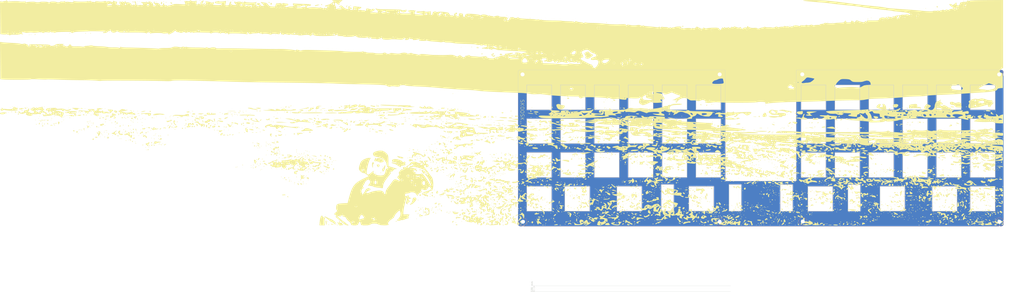
<source format=kicad_pcb>
(kicad_pcb (version 20211014) (generator pcbnew)
  (layers (0 "F.Cu" signal) (31 "B.Cu" signal) (34 "B.Paste" user) (35 "F.Paste" user) (36 "B.SilkS" user "B.Silkscreen") (37 "F.SilkS" user "F.Silkscreen") (38 "B.Mask" user) (39 "F.Mask" user) (44 "Edge.Cuts" user))
  (net 0 "")
  (footprint "MountingHole:MountingHole_2.2mm_M2_Pad" (layer "F.Cu") (at 115.8875 91.537469)
    (fp_text reference "H2" hide)
    (fp_text value "MountingHole_Pad")
    (pad "1" thru_hole circle (at 0 0) (size 4.4 4.4) (drill 2.2) (layers *.Cu *.Mask))
  )
  (footprint "MountingHole:MountingHole_2.2mm_M2_Pad" (layer "F.Cu") (at 162.369692 8.481252)
    (fp_text reference "H3" hide)
    (fp_text value "MountingHole_Pad")
    (pad "1" thru_hole circle (at 0 0) (size 4.4 4.4) (drill 2.2) (layers *.Cu *.Mask))
  )
  (footprint "MountingHole:MountingHole_2.2mm_M2_Pad" (layer "F.Cu") (at 273.177 8.509)
    (fp_text reference "H4" hide)
    (fp_text value "MountingHole_Pad")
    (pad "1" thru_hole circle (at 0 0) (size 4.4 4.4) (drill 2.2) (layers *.Cu *.Mask))
  )
  (footprint "MountingHole:MountingHole_2.2mm_M2_Pad" (layer "F.Cu") (at 5.207 91.567)
    (fp_text reference "H1" hide)
    (fp_text value "MountingHole_Pad")
    (pad "1" thru_hole circle (at 0 0) (size 4.4 4.4) (drill 2.2) (layers *.Cu *.Mask))
  )
  (footprint "MountingHole:MountingHole_2.2mm_M2_Pad" (layer "F.Cu") (at 273.304 91.567)
    (fp_text reference "H4" hide)
    (fp_text value "MountingHole_Pad")
    (pad "1" thru_hole circle (at 0 0) (size 4.4 4.4) (drill 2.2) (layers *.Cu *.Mask))
  )
  (footprint "LOGO" (layer "F.Cu") (at -6.858 30.099)
    (fp_text reference "G***" hide)
    (fp_text value "LOGO" hide)
  )
  (footprint "MountingHole:MountingHole_2.2mm_M2_Pad" (layer "F.Cu") (at 4.953 8.509)
    (fp_text reference "H1" hide)
    (fp_text value "MountingHole_Pad")
    (pad "1" thru_hole circle (at 0 0) (size 4.4 4.4) (drill 2.2) (layers *.Cu *.Mask))
  )
  (footprint "MountingHole:MountingHole_2.2mm_M2_Pad" (layer "F.Cu") (at 115.8875 8.509)
    (fp_text reference "H2" hide)
    (fp_text value "MountingHole_Pad")
    (pad "1" thru_hole circle (at 0 0) (size 4.4 4.4) (drill 2.2) (layers *.Cu *.Mask))
  )
  (footprint "MountingHole:MountingHole_2.2mm_M2_Pad" (layer "F.Cu") (at 162.689708 91.391033)
    (fp_text reference "H3" hide)
    (fp_text value "MountingHole_Pad")
    (pad "1" thru_hole circle (at 0 0) (size 4.4 4.4) (drill 2.2) (layers *.Cu *.Mask))
  )
  (gr_line (start 270.921552 52.551005) (end 256.921552 52.551005) (layer "Edge.Cuts") (width 0.2))
  (gr_line (start 7.301612 71.600125) (end 7.301612 85.600125) (layer "Edge.Cuts") (width 0.2))
  (gr_line (start 78.451612 28.450125) (end 78.451612 14.450125) (layer "Edge.Cuts") (width 0.2))
  (gr_line (start 83.034612 85.570125) (end 90.034612 85.570125) (layer "Edge.Cuts") (width 0.2))
  (gr_line (start 98.584612 85.570125) (end 112.584612 85.570125) (layer "Edge.Cuts") (width 0.2))
  (gr_line (start 90.034612 85.570125) (end 90.034612 70.570125) (layer "Edge.Cuts") (width 0.2))
  (gr_line (start 119.442612 68.679125) (end 158.685612 68.679125) (layer "Edge.Cuts") (width 0.1))
  (gr_line (start 251.871205 47.500069) (end 251.871205 33.500069) (layer "Edge.Cuts") (width 0.2))
  (gr_arc (start 159.066612 68.298125) (mid 158.95502 68.567533) (end 158.685612 68.679125) (layer "Edge.Cuts") (width 0.1))
  (gr_line (start 175.674949 28.448548) (end 175.674949 14.448548) (layer "Edge.Cuts") (width 0.2))
  (gr_line (start 128.134612 70.570125) (end 121.134612 70.570125) (layer "Edge.Cuts") (width 0.2))
  (gr_line (start 161.671205 47.500069) (end 175.671205 47.500069) (layer "Edge.Cuts") (width 0.2))
  (gr_line (start 112.584612 85.570125) (end 112.584612 71.570125) (layer "Edge.Cuts") (width 0.2))
  (gr_line (start 59.392256 52.548548) (end 45.392256 52.548548) (layer "Edge.Cuts") (width 0.2))
  (gr_arc (start 159.0294 6.35) (mid 159.14099 6.08059) (end 159.4104 5.969) (layer "Edge.Cuts") (width 0.1))
  (gr_line (start 161.674949 14.448548) (end 161.674949 28.448548) (layer "Edge.Cuts") (width 0.2))
  (gr_line (start 180.724949 28.448548) (end 194.724949 28.448548) (layer "Edge.Cuts") (width 0.2))
  (gr_line (start 40.351612 28.450125) (end 40.351612 14.450125) (layer "Edge.Cuts") (width 0.2))
  (gr_line (start 78.452943 33.494159) (end 64.452943 33.494159) (layer "Edge.Cuts") (width 0.2))
  (gr_line (start 116.552943 47.494159) (end 116.552943 33.494159) (layer "Edge.Cuts") (width 0.2))
  (gr_line (start 102.542256 52.548548) (end 102.542256 66.548548) (layer "Edge.Cuts") (width 0.2))
  (gr_line (start 59.402943 33.494159) (end 45.402943 33.494159) (layer "Edge.Cuts") (width 0.2))
  (gr_line (start 97.492256 52.548548) (end 83.492256 52.548548) (layer "Edge.Cuts") (width 0.2))
  (gr_line (start 232.821552 66.551005) (end 232.821552 52.551005) (layer "Edge.Cuts") (width 0.2))
  (gr_line (start 161.671552 52.551005) (end 161.671552 66.551005) (layer "Edge.Cuts") (width 0.2))
  (gr_line (start 78.451612 14.450125) (end 64.451612 14.450125) (layer "Edge.Cuts") (width 0.2))
  (gr_line (start 256.924949 14.448548) (end 256.924949 28.448548) (layer "Edge.Cuts") (width 0.2))
  (gr_line (start 21.301612 71.600125) (end 7.301612 71.600125) (layer "Edge.Cuts") (width 0.2))
  (gr_line (start 213.774949 14.448548) (end 199.774949 14.448548) (layer "Edge.Cuts") (width 0.2))
  (gr_line (start 21.301612 28.450125) (end 21.301612 14.450125) (layer "Edge.Cuts") (width 0.2))
  (gr_line (start 256.891 85.600125) (end 270.891 85.600125) (layer "Edge.Cuts") (width 0.2))
  (gr_line (start 40.351612 14.450125) (end 26.351612 14.450125) (layer "Edge.Cuts") (width 0.2))
  (gr_line (start 206.106 71.570125) (end 206.106 85.570125) (layer "Edge.Cuts") (width 0.2))
  (gr_line (start 180.721205 47.500069) (end 194.721205 47.500069) (layer "Edge.Cuts") (width 0.2))
  (gr_line (start 237.871205 33.500069) (end 237.871205 47.500069) (layer "Edge.Cuts") (width 0.2))
  (gr_line (start 58.071612 85.570125) (end 72.071612 85.570125) (layer "Edge.Cuts") (width 0.2))
  (gr_line (start 59.392256 66.548548) (end 59.392256 52.548548) (layer "Edge.Cuts") (width 0.2))
  (gr_line (start 64.442256 52.548548) (end 64.442256 66.548548) (layer "Edge.Cuts") (width 0.2))
  (gr_line (start 3.692026 94.107) (end 274.357212 94.107) (layer "Edge.Cuts") (width 0.1))
  (gr_line (start 218.821552 66.551005) (end 232.821552 66.551005) (layer "Edge.Cuts") (width 0.2))
  (gr_line (start 83.502943 47.494159) (end 97.502943 47.494159) (layer "Edge.Cuts") (width 0.2))
  (gr_line (start 121.134612 85.570125) (end 128.134612 85.570125) (layer "Edge.Cuts") (width 0.2))
  (gr_line (start 251.871205 33.500069) (end 237.871205 33.500069) (layer "Edge.Cuts") (width 0.2))
  (gr_line (start 116.542256 52.548548) (end 102.542256 52.548548) (layer "Edge.Cuts") (width 0.2))
  (gr_line (start 97.501612 28.450125) (end 97.501612 14.450125) (layer "Edge.Cuts") (width 0.2))
  (gr_line (start 199.771205 47.500069) (end 213.771205 47.500069) (layer "Edge.Cuts") (width 0.2))
  (gr_line (start 213.771205 33.500069) (end 199.771205 33.500069) (layer "Edge.Cuts") (width 0.2))
  (gr_line (start 26.342256 52.548548) (end 26.342256 66.548548) (layer "Edge.Cuts") (width 0.2))
  (gr_line (start 78.442256 52.548548) (end 64.442256 52.548548) (layer "Edge.Cuts") (width 0.2))
  (gr_arc (start 275.627212 92.837) (mid 275.255241 93.735035) (end 274.357212 94.107) (layer "Edge.Cuts") (width 0.1))
  (gr_line (start 199.771205 33.500069) (end 199.771205 47.500069) (layer "Edge.Cuts") (width 0.2))
  (gr_line (start 7.301612 28.450125) (end 21.301612 28.450125) (layer "Edge.Cuts") (width 0.2))
  (gr_line (start 58.071612 71.570125) (end 58.071612 85.570125) (layer "Edge.Cuts") (width 0.2))
  (gr_line (start 72.071612 85.570125) (end 72.071612 71.570125) (layer "Edge.Cuts") (width 0.2))
  (gr_line (start 161.674949 28.448548) (end 175.674949 28.448548) (layer "Edge.Cuts") (width 0.2))
  (gr_line (start 97.502943 33.494159) (end 83.502943 33.494159) (layer "Edge.Cuts") (width 0.2))
  (gr_line (start 232.821205 33.500069) (end 218.821205 33.500069) (layer "Edge.Cuts") (width 0.2))
  (gr_line (start 195.092266 85.613107) (end 195.092266 70.613107) (layer "Edge.Cuts") (width 0.2))
  (gr_line (start 213.771552 66.551005) (end 213.771552 52.551005) (layer "Edge.Cuts") (width 0.2))
  (gr_line (start 90.034612 70.570125) (end 83.034612 70.570125) (layer "Edge.Cuts") (width 0.2))
  (gr_line (start 188.092266 70.613107) (end 188.092266 85.613107) (layer "Edge.Cuts") (width 0.2))
  (gr_line (start 220.106 85.570125) (end 220.106 71.570125) (layer "Edge.Cuts") (width 0.2))
  (gr_line (start 256.921552 66.551005) (end 270.921552 66.551005) (layer "Edge.Cuts") (width 0.2))
  (gr_line (start 26.351612 28.450125) (end 40.351612 28.450125) (layer "Edge.Cuts") (width 0.2))
  (gr_line (start 28.732862 71.600125) (end 28.732862 85.600125) (layer "Edge.Cuts") (width 0.2))
  (gr_line (start 180.721552 52.551005) (end 180.721552 66.551005) (layer "Edge.Cuts") (width 0.2))
  (gr_line (start 180.721205 33.500069) (end 180.721205 47.500069) (layer "Edge.Cuts") (width 0.2))
  (gr_line (start 175.671552 52.551005) (end 161.671552 52.551005) (layer "Edge.Cuts") (width 0.2))
  (gr_line (start 121.134612 70.570125) (end 121.134612 85.570125) (layer "Edge.Cuts") (width 0.2))
  (gr_line (start 78.452943 47.494159) (end 78.452943 33.494159) (layer "Edge.Cuts") (width 0.2))
  (gr_line (start 21.301612 85.600125) (end 21.301612 71.600125) (layer "Edge.Cuts") (width 0.2))
  (gr_line (start 270.891 85.600125) (end 270.891 71.600125) (layer "Edge.Cuts") (width 0.2))
  (gr_line (start 26.351612 14.450125) (end 26.351612 28.450125) (layer "Edge.Cuts") (width 0.2))
  (gr_line (start 251.874949 14.448548) (end 237.874949 14.448548) (layer "Edge.Cuts") (width 0.2))
  (gr_line (start 175.671205 47.500069) (end 175.671205 33.500069) (layer "Edge.Cuts") (width 0.2))
  (gr_line (start 256.891 71.600125) (end 256.891 85.600125) (layer "Edge.Cuts") (width 0.2))
  (gr_line (start 251.871552 52.551005) (end 237.871552 52.551005) (layer "Edge.Cuts") (width 0.2))
  (gr_line (start 180.724949 14.448548) (end 180.724949 28.448548) (layer "Edge.Cuts") (width 0.2))
  (gr_arc (start 119.442612 68.679125) (mid 119.173204 68.567533) (end 119.061612 68.298125) (layer "Edge.Cuts") (width 0.1))
  (gr_line (start 213.771205 47.500069) (end 213.771205 33.500069) (layer "Edge.Cuts") (width 0.2))
  (gr_line (start 45.401612 28.450125) (end 59.401612 28.450125) (layer "Edge.Cuts") (width 0.2))
  (gr_line (start 97.502943 47.494159) (end 97.502943 33.494159) (layer "Edge.Cuts") (width 0.2))
  (gr_line (start 218.821205 47.500069) (end 232.821205 47.500069) (layer "Edge.Cuts") (width 0.2))
  (gr_line (start 179.542266 85.613107) (end 179.542266 71.613107) (layer "Edge.Cuts") (width 0.2))
  (gr_line (start 7.302943 47.494159) (end 21.302943 47.494159) (layer "Edge.Cuts") (width 0.2))
  (gr_line (start 116.552943 33.494159) (end 102.552943 33.494159) (layer "Edge.Cuts") (width 0.2))
  (gr_line (start 21.302943 47.494159) (end 21.302943 33.494159) (layer "Edge.Cuts") (width 0.2))
  (gr_line (start 199.774949 14.448548) (end 199.774949 28.448548) (layer "Edge.Cuts") (width 0.2))
  (gr_line (start 275.627212 92.837) (end 275.59 7.239) (layer "Edge.Cuts") (width 0.1))
  (gr_line (start 45.402943 33.494159) (end 45.402943 47.494159) (layer "Edge.Cuts") (width 0.2))
  (gr_line (start 161.671552 66.551005) (end 175.671552 66.551005) (layer "Edge.Cuts") (width 0.2))
  (gr_line (start 45.392256 52.548548) (end 45.392256 66.548548) (layer "Edge.Cuts") (width 0.2))
  (gr_line (start 194.721205 33.500069) (end 180.721205 33.500069) (layer "Edge.Cuts") (width 0.2))
  (gr_line (start 188.092266 85.613107) (end 195.092266 85.613107) (layer "Edge.Cuts") (width 0.2))
  (gr_line (start 116.551612 28.450125) (end 116.551612 14.450125) (layer "Edge.Cuts") (width 0.2))
  (gr_line (start 7.302943 33.494159) (end 7.302943 47.494159) (layer "Edge.Cuts") (width 0.2))
  (gr_line (start 149.992266 70.613107) (end 149.992266 85.613107) (layer "Edge.Cuts") (width 0.2))
  (gr_line (start 251.871552 66.551005) (end 251.871552 52.551005) (layer "Edge.Cuts") (width 0.2))
  (gr_line (start 83.034612 70.570125) (end 83.034612 85.570125) (layer "Edge.Cuts") (width 0.2))
  (gr_line (start 235.45975 85.600125) (end 249.45975 85.600125) (layer "Edge.Cuts") (width 0.2))
  (gr_line (start 270.924949 14.448548) (end 256.924949 14.448548) (layer "Edge.Cuts") (width 0.2))
  (gr_line (start 237.874949 28.448548) (end 251.874949 28.448548) (layer "Edge.Cuts") (width 0.2))
  (gr_line (start 98.584612 71.570125) (end 98.584612 85.570125) (layer "Edge.Cuts") (width 0.2))
  (gr_line (start 72.071612 71.570125) (end 58.071612 71.570125) (layer "Edge.Cuts") (width 0.2))
  (gr_line (start 194.721552 52.551005) (end 180.721552 52.551005) (layer "Edge.Cuts") (width 0.2))
  (gr_line (start 237.871552 52.551005) (end 237.871552 66.551005) (layer "Edge.Cuts") (width 0.2))
  (gr_line (start 21.292256 66.548548) (end 21.292256 52.548548) (layer "Edge.Cuts") (width 0.2))
  (gr_line (start 194.724949 28.448548) (end 194.724949 14.448548) (layer "Edge.Cuts") (width 0.2))
  (gr_line (start 21.292256 52.548548) (end 7.292256 52.548548) (layer "Edge.Cuts") (width 0.2))
  (gr_line (start 195.092266 70.613107) (end 188.092266 70.613107) (layer "Edge.Cuts") (width 0.2))
  (gr_line (start 175.671205 33.500069) (end 161.671205 33.500069) (layer "Edge.Cuts") (width 0.2))
  (gr_line (start 213.774949 28.448548) (end 213.774949 14.448548) (layer "Edge.Cuts") (width 0.2))
  (gr_line (start 159.066612 68.298125) (end 159.0294 6.35) (layer "Edge.Cuts") (width 0.1))
  (gr_line (start 270.921205 33.500069) (end 256.921205 33.500069) (layer "Edge.Cuts") (width 0.2))
  (gr_line (start 64.452943 33.494159) (end 64.452943 47.494159) (layer "Edge.Cuts") (width 0.2))
  (gr_arc (start 3.692026 94.107) (mid 2.793999 93.735027) (end 2.422026 92.837) (layer "Edge.Cuts") (width 0.1))
  (gr_line (start 26.352943 33.494159) (end 26.352943 47.494159) (layer "Edge.Cuts") (width 0.2))
  (gr_line (start 165.542266 71.613107) (end 165.542266 85.613107) (layer "Edge.Cuts") (width 0.2))
  (gr_line (start 26.342256 66.548548) (end 40.342256 66.548548) (layer "Edge.Cuts") (width 0.2))
  (gr_line (start 194.724949 14.448548) (end 180.724949 14.448548) (layer "Edge.Cuts") (width 0.2))
  (gr_line (start 40.352943 47.494159) (end 40.352943 33.494159) (layer "Edge.Cuts") (width 0.2))
  (gr_line (start 40.352943 33.494159) (end 26.352943 33.494159) (layer "Edge.Cuts") (width 0.2))
  (gr_line (start 270.921552 66.551005) (end 270.921552 52.551005) (layer "Edge.Cuts") (width 0.2))
  (gr_line (start 42.732862 71.600125) (end 28.732862 71.600125) (layer "Edge.Cuts") (width 0.2))
  (gr_line (start 42.732862 85.600125) (end 42.732862 71.600125) (layer "Edge.Cuts") (width 0.2))
  (gr_line (start 64.442256 66.548548) (end 78.442256 66.548548) (layer "Edge.Cuts") (width 0.2))
  (gr_line (start 83.501612 14.450125) (end 83.501612 28.450125) (layer "Edge.Cuts") (width 0.2))
  (gr_line (start 7.301612 85.600125) (end 21.301612 85.600125) (layer "Edge.Cuts") (width 0.2))
  (gr_line (start 83.492256 52.548548) (end 83.492256 66.548548) (layer "Edge.Cuts") (width 0.2))
  (gr_line (start 21.301612 14.450125) (end 7.301612 14.450125) (layer "Edge.Cuts") (width 0.2))
  (gr_line (start 102.551612 14.450125) (end 102.551612 28.450125) (layer "Edge.Cuts") (width 0.2))
  (gr_line (start 64.451612 14.450125) (end 64.451612 28.450125) (layer "Edge.Cuts") (width 0.2))
  (gr_line (start 199.774949 28.448548) (end 213.774949 28.448548) (layer "Edge.Cuts") (width 0.2))
  (gr_line (start 256.924949 28.448548) (end 270.924949 28.448548) (layer "Edge.Cuts") (width 0.2))
  (gr_line (start 102.551612 28.450125) (end 116.551612 28.450125) (layer "Edge.Cuts") (width 0.2))
  (gr_line (start 180.721552 66.551005) (end 194.721552 66.551005) (layer "Edge.Cuts") (width 0.2))
  (gr_line (start 149.992266 85.613107) (end 156.992266 85.613107) (layer "Edge.Cuts") (width 0.2))
  (gr_line (start 161.671205 33.500069) (end 161.671205 47.500069) (layer "Edge.Cuts") (width 0.2))
  (gr_line (start 59.401612 28.450125) (end 59.401612 14.450125) (layer "Edge.Cuts") (width 0.2))
  (gr_line (start 116.542256 66.548548) (end 116.542256 52.548548) (layer "Edge.Cuts") (width 0.2))
  (gr_line (start 165.542266 85.613107) (end 179.542266 85.613107) (layer "Edge.Cuts") (width 0.2))
  (gr_line (start 40.342256 66.548548) (end 40.342256 52.548548) (layer "Edge.Cuts") (width 0.2))
  (gr_line (start 97.501612 14.450125) (end 83.501612 14.450125) (layer "Edge.Cuts") (width 0.2))
  (gr_line (start 237.871205 47.500069) (end 251.871205 47.500069) (layer "Edge.Cuts") (width 0.2))
  (gr_line (start 45.392256 66.548548) (end 59.392256 66.548548) (layer "Edge.Cuts") (width 0.2))
  (gr_line (start 156.992266 85.613107) (end 156.992266 70.613107) (layer "Edge.Cuts") (width 0.2))
  (gr_arc (start 2.422026 7.239) (mid 2.794 6.340974) (end 3.692026 5.969) (layer "Edge.Cuts") (width 0.1))
  (gr_line (start 256.921205 47.500069) (end 270.921205 47.500069) (layer "Edge.Cuts") (width 0.2))
  (gr_line (start 128.134612 85.570125) (end 128.134612 70.570125) (layer "Edge.Cuts") (width 0.2))
  (gr_line (start 199.771552 66.551005) (end 213.771552 66.551005) (layer "Edge.Cuts") (width 0.2))
  (gr_line (start 7.292256 66.548548) (end 21.292256 66.548548) (layer "Edge.Cuts") (width 0.2))
  (gr_line (start 249.45975 71.600125) (end 235.45975 71.600125) (layer "Edge.Cuts") (width 0.2))
  (gr_line (start 270.924949 28.448548) (end 270.924949 14.448548) (layer "Edge.Cuts") (width 0.2))
  (gr_line (start 249.45975 85.600125) (end 249.45975 71.600125) (layer "Edge.Cuts") (width 0.2))
  (gr_line (start 251.874949 28.448548) (end 251.874949 14.448548) (layer "Edge.Cuts") (width 0.2))
  (gr_line (start 194.721552 66.551005) (end 194.721552 52.551005) (layer "Edge.Cuts") (width 0.2))
  (gr_line (start 270.921205 47.500069) (end 270.921205 33.500069) (layer "Edge.Cuts") (width 0.2))
  (gr_line (start 175.674949 14.448548) (end 161.674949 14.448548) (layer "Edge.Cuts") (width 0.2))
  (gr_line (start 156.992266 70.613107) (end 149.992266 70.613107) (layer "Edge.Cuts") (width 0.2))
  (gr_line (start 213.771552 52.551005) (end 199.771552 52.551005) (layer "Edge.Cuts") (width 0.2))
  (gr_line (start 218.824949 14.448548) (end 218.824949 28.448548) (layer "Edge.Cuts") (width 0.2))
  (gr_line (start 102.542256 66.548548) (end 116.542256 66.548548) (layer "Edge.Cuts") (width 0.2))
  (gr_line (start 220.106 71.570125) (end 206.106 71.570125) (layer "Edge.Cuts") (width 0.2))
  (gr_arc (start 274.32 5.969) (mid 275.218048 6.340956) (end 275.59 7.239) (layer "Edge.Cuts") (width 0.1))
  (gr_line (start 7.292256 52.548548) (end 7.292256 66.548548) (layer "Edge.Cuts") (width 0.2))
  (gr_line (start 119.058826 6.35) (end 119.061612 68.298125) (layer "Edge.Cuts") (width 0.1))
  (gr_line (start 59.402943 47.494159) (end 59.402943 33.494159) (layer "Edge.Cuts") (width 0.2))
  (gr_line (start 235.45975 71.600125) (end 235.45975 85.600125) (layer "Edge.Cuts") (width 0.2))
  (gr_line (start 45.402943 47.494159) (end 59.402943 47.494159) (layer "Edge.Cuts") (width 0.2))
  (gr_line (start 7.301612 14.450125) (end 7.301612 28.450125) (layer "Edge.Cuts") (width 0.2))
  (gr_line (start 199.771552 52.551005) (end 199.771552 66.551005) (layer "Edge.Cuts") (width 0.2))
  (gr_line (start 21.302943 33.494159) (end 7.302943 33.494159) (layer "Edge.Cuts") (width 0.2))
  (gr_line (start 97.492256 66.548548) (end 97.492256 52.548548) (layer "Edge.Cuts") (width 0.2))
  (gr_line (start 218.821552 52.551005) (end 218.821552 66.551005) (layer "Edge.Cuts") (width 0.2))
  (gr_line (start 175.671552 66.551005) (end 175.671552 52.551005) (layer "Edge.Cuts") (width 0.2))
  (gr_line (start 64.451612 28.450125) (end 78.451612 28.450125) (layer "Edge.Cuts") (width 0.2))
  (gr_line (start 118.677826 5.969) (end 3.692026 5.969) (layer "Edge.Cuts") (width 0.1))
  (gr_line (start 40.342256 52.548548) (end 26.342256 52.548548) (layer "Edge.Cuts") (width 0.2))
  (gr_line (start 102.552943 47.494159) (end 116.552943 47.494159) (layer "Edge.Cuts") (width 0.2))
  (gr_line (start 218.824949 28.448548) (end 232.824949 28.448548) (layer "Edge.Cuts") (width 0.2))
  (gr_line (start 218.821205 33.500069) (end 218.821205 47.500069) (layer "Edge.Cuts") (width 0.2))
  (gr_line (start 237.871552 66.551005) (end 251.871552 66.551005) (layer "Edge.Cuts") (width 0.2))
  (gr_line (start 83.501612 28.450125) (end 97.501612 28.450125) (layer "Edge.Cuts") (width 0.2))
  (gr_line (start 102.552943 33.494159) (end 102.552943 47.494159) (layer "Edge.Cuts") (width 0.2))
  (gr_line (start 274.32 5.969) (end 159.4104 5.969) (layer "Edge.Cuts") (width 0.1))
  (gr_line (start 28.732862 85.600125) (end 42.732862 85.600125) (layer "Edge.Cuts") (width 0.2))
  (gr_line (start 116.551612 14.450125) (end 102.551612 14.450125) (layer "Edge.Cuts") (width 0.2))
  (gr_arc (start 118.677826 5.969) (mid 118.947223 6.080597) (end 119.058826 6.35) (layer "Edge.Cuts") (width 0.1))
  (gr_line (start 112.584612 71.570125) (end 98.584612 71.570125) (layer "Edge.Cuts") (width 0.2))
  (gr_line (start 232.824949 28.448548) (end 232.824949 14.448548) (layer "Edge.Cuts") (width 0.2))
  (gr_line (start 194.721205 47.500069) (end 194.721205 33.500069) (layer "Edge.Cuts") (width 0.2))
  (gr_line (start 26.352943 47.494159) (end 40.352943 47.494159) (layer "Edge.Cuts") (width 0.2))
  (gr_line (start 206.106 85.570125) (end 220.106 85.570125) (layer "Edge.Cuts") (width 0.2))
  (gr_line (start 232.821552 52.551005) (end 218.821552 52.551005) (layer "Edge.Cuts") (width 0.2))
  (gr_line (start 232.821205 47.500069) (end 232.821205 33.500069) (layer "Edge.Cuts") (width 0.2))
  (gr_line (start 237.874949 14.448548) (end 237.874949 28.448548) (layer "Edge.Cuts") (width 0.2))
  (gr_line (start 179.542266 71.613107) (end 165.542266 71.613107) (layer "Edge.Cuts") (width 0.2))
  (gr_line (start 256.921205 33.500069) (end 256.921205 47.500069) (layer "Edge.Cuts") (width 0.2))
  (gr_line (start 59.401612 14.450125) (end 45.401612 14.450125) (layer "Edge.Cuts") (width 0.2))
  (gr_line (start 256.921552 52.551005) (end 256.921552 66.551005) (layer "Edge.Cuts") (width 0.2))
  (gr_line (start 232.824949 14.448548) (end 218.824949 14.448548) (layer "Edge.Cuts") (width 0.2))
  (gr_line (start 83.492256 66.548548) (end 97.492256 66.548548) (layer "Edge.Cuts") (width 0.2))
  (gr_line (start 78.442256 66.548548) (end 78.442256 52.548548) (layer "Edge.Cuts") (width 0.2))
  (gr_line (start 2.422026 7.239) (end 2.422026 92.837) (layer "Edge.Cuts") (width 0.1))
  (gr_line (start 83.502943 33.494159) (end 83.502943 47.494159) (layer "Edge.Cuts") (width 0.2))
  (gr_line (start 270.891 71.600125) (end 256.891 71.600125) (layer "Edge.Cuts") (width 0.2))
  (gr_line (start 64.452943 47.494159) (end 78.452943 47.494159) (layer "Edge.Cuts") (width 0.2))
  (gr_line (start 45.401612 14.450125) (end 45.401612 28.450125) (layer "Edge.Cuts") (width 0.2))
  (gr_text "SKOOSK" (at 4.7625 28.575 270) (layer "F.SilkS") (effects (font (size 2 2))))
  (dimension (type aligned) (layer "Edge.Cuts") (pts (xy 122.555 131.064) (xy 122.555 127.762)) (height -111.125) (gr_text "3.3020 mm" (at 10.28 129.413 90) (layer "Edge.Cuts") (effects (font (size 1 1) (thickness 0.15)))) (format (units 3) (units_format 1) (precision 4)) (style (thickness 0.1) (arrow_length 1.27) (text_position_mode 0) (extension_height 0.58642) (extension_offset 0.5) keep_text_aligned))
  (zone (net 0) (net_name "") (layers F&B.Cu) (connect_pads (clearance 0)) (min_thickness 0.254) (fill yes (thermal_gap 0.508) (thermal_bridge_width 0.508))
    (polygon (pts (xy 287.147 97.536) (xy -6.731 99.314) (xy -7.747 -4.064) (xy 286.893 0.762)))
  )
)
</source>
